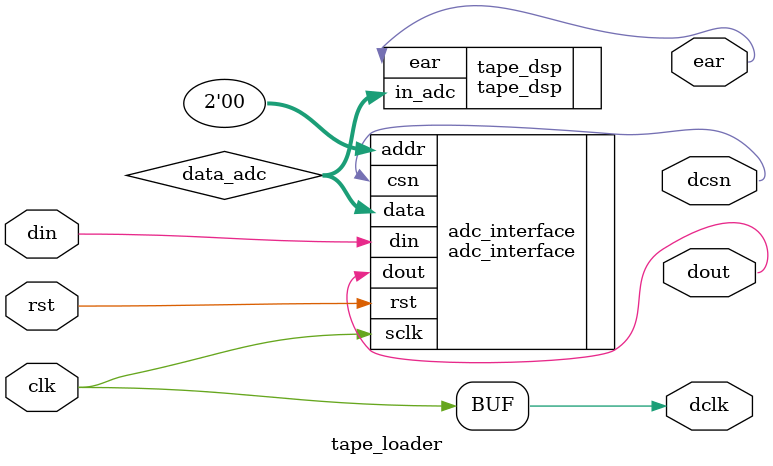
<source format=v>
module tape_loader
(
	input clk,
	input din,
	input rst,
	output dout,
	output dclk,
	output dcsn,
	output ear
);

	wire [11:0] data_adc;
	
	assign dclk = clk;
	
	adc_interface adc_interface
	(
		.addr(2'b00),  // Choose zero channel of ADC
		.data(data_adc),
		.sclk(dclk),
		.rst(rst),
		.din(din),
		.dout(dout),
		.csn(dcsn)
	);
	
	tape_dsp tape_dsp
	(
		.in_adc(data_adc),
		.ear(ear)
	);


endmodule

</source>
